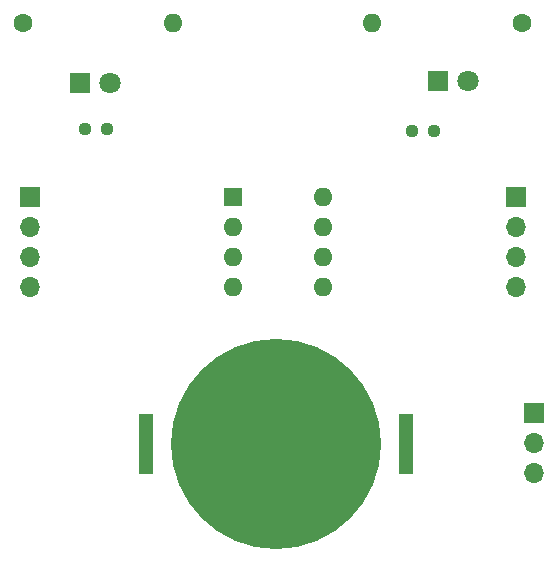
<source format=gbr>
%TF.GenerationSoftware,KiCad,Pcbnew,8.0.8*%
%TF.CreationDate,2025-02-18T10:54:12-06:00*%
%TF.ProjectId,ATTinyFlashLEDs_noSwitch,41545469-6e79-4466-9c61-73684c454473,rev?*%
%TF.SameCoordinates,Original*%
%TF.FileFunction,Soldermask,Bot*%
%TF.FilePolarity,Negative*%
%FSLAX46Y46*%
G04 Gerber Fmt 4.6, Leading zero omitted, Abs format (unit mm)*
G04 Created by KiCad (PCBNEW 8.0.8) date 2025-02-18 10:54:12*
%MOMM*%
%LPD*%
G01*
G04 APERTURE LIST*
G04 Aperture macros list*
%AMRoundRect*
0 Rectangle with rounded corners*
0 $1 Rounding radius*
0 $2 $3 $4 $5 $6 $7 $8 $9 X,Y pos of 4 corners*
0 Add a 4 corners polygon primitive as box body*
4,1,4,$2,$3,$4,$5,$6,$7,$8,$9,$2,$3,0*
0 Add four circle primitives for the rounded corners*
1,1,$1+$1,$2,$3*
1,1,$1+$1,$4,$5*
1,1,$1+$1,$6,$7*
1,1,$1+$1,$8,$9*
0 Add four rect primitives between the rounded corners*
20,1,$1+$1,$2,$3,$4,$5,0*
20,1,$1+$1,$4,$5,$6,$7,0*
20,1,$1+$1,$6,$7,$8,$9,0*
20,1,$1+$1,$8,$9,$2,$3,0*%
G04 Aperture macros list end*
%ADD10R,1.600000X1.600000*%
%ADD11O,1.600000X1.600000*%
%ADD12R,1.700000X1.700000*%
%ADD13O,1.700000X1.700000*%
%ADD14C,1.600000*%
%ADD15R,1.800000X1.800000*%
%ADD16C,1.800000*%
%ADD17R,1.270000X5.080000*%
%ADD18C,17.800000*%
%ADD19RoundRect,0.237500X0.250000X0.237500X-0.250000X0.237500X-0.250000X-0.237500X0.250000X-0.237500X0*%
%ADD20RoundRect,0.237500X-0.250000X-0.237500X0.250000X-0.237500X0.250000X0.237500X-0.250000X0.237500X0*%
G04 APERTURE END LIST*
D10*
%TO.C,U1*%
X115707000Y-86116000D03*
D11*
X115707000Y-88656000D03*
X115707000Y-91196000D03*
X115707000Y-93736000D03*
X123327000Y-93736000D03*
X123327000Y-91196000D03*
X123327000Y-88656000D03*
X123327000Y-86116000D03*
%TD*%
D12*
%TO.C,J1*%
X98552000Y-86106000D03*
D13*
X98552000Y-88646000D03*
X98552000Y-91186000D03*
X98552000Y-93726000D03*
%TD*%
D14*
%TO.C,R4*%
X97917000Y-71374000D03*
D11*
X110617000Y-71374000D03*
%TD*%
D15*
%TO.C,D2*%
X133096000Y-76327000D03*
D16*
X135636000Y-76327000D03*
%TD*%
D12*
%TO.C,J3*%
X141224000Y-104409000D03*
D13*
X141224000Y-106949000D03*
X141224000Y-109489000D03*
%TD*%
D15*
%TO.C,D1*%
X102743000Y-76454000D03*
D16*
X105283000Y-76454000D03*
%TD*%
D12*
%TO.C,J2*%
X139700000Y-86116000D03*
D13*
X139700000Y-88656000D03*
X139700000Y-91196000D03*
X139700000Y-93736000D03*
%TD*%
D14*
%TO.C,R3*%
X140208000Y-71374000D03*
D11*
X127508000Y-71374000D03*
%TD*%
D17*
%TO.C,BT1*%
X130365000Y-107061000D03*
X108395000Y-107061000D03*
D18*
X119380000Y-107061000D03*
%TD*%
D19*
%TO.C,R2*%
X132738500Y-80518000D03*
X130913500Y-80518000D03*
%TD*%
D20*
%TO.C,R1*%
X103227500Y-80391000D03*
X105052500Y-80391000D03*
%TD*%
M02*

</source>
